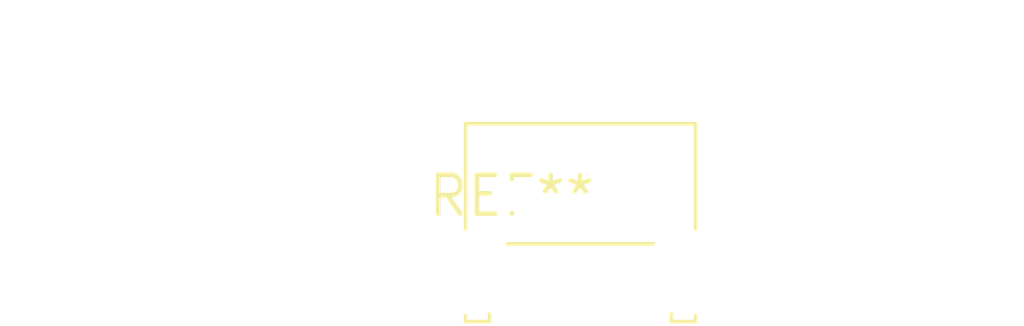
<source format=kicad_pcb>
(kicad_pcb (version 20240108) (generator pcbnew)
  (layers (0 "F.Cu" signal) (31 "B.Cu" signal) (34 "B.Paste" user) (35 "F.Paste" user) (36 "B.SilkS" user "B.Silkscreen") (37 "F.SilkS" user "F.Silkscreen") (38 "B.Mask" user) (39 "F.Mask" user) (44 "Edge.Cuts" user))
  (net 0 "")
  (footprint "SW_SPST_Omron_B3F-315x_Angled" (layer "F.Cu") (at 0 0)
    (property "Reference" "REF**")
    (property "Value" "SW_SPST_Omron_B3F-315x_Angled")
    (fp_line (start -1.52 -2.37) (end -1.52 1.08) (layer "F.SilkS") (stroke (width 0.12)))
    (fp_line (start -1.52 3.92) (end -1.52 4.12) (layer "F.SilkS") (stroke (width 0.12)))
    (fp_line (start -0.73 4.12) (end -1.52 4.12) (layer "F.SilkS") (stroke (width 0.12)))
    (fp_line (start -0.73 4.12) (end -0.73 3.87) (layer "F.SilkS") (stroke (width 0.12)))
    (fp_line (start -0.14 1.57) (end 4.64 1.57) (layer "F.SilkS") (stroke (width 0.12)))
    (fp_line (start 5.23 4.12) (end 5.23 3.87) (layer "F.SilkS") (stroke (width 0.12)))
    (fp_line (start 6.02 -2.37) (end -1.52 -2.37) (layer "F.SilkS") (stroke (width 0.12)))
    (fp_line (start 6.02 1.08) (end 6.02 -2.37) (layer "F.SilkS") (stroke (width 0.12)))
    (fp_line (start 6.02 3.92) (end 6.02 4.12) (layer "F.SilkS") (stroke (width 0.12)))
    (fp_line (start 6.02 4.12) (end 5.23 4.12) (layer "F.SilkS") (stroke (width 0.12)))
    (pad "" thru_hole circle (at -1.25 2.5 180) (size 2.4 2.4) (drill 1.5) (layers *.Cu *.Mask) (remove_unused_layers))
    (pad "" thru_hole circle (at 5.75 2.5 180) (size 2.4 2.4) (drill 1.5) (layers *.Cu *.Mask) (remove_unused_layers))
    (pad "1" thru_hole circle (at 0 0 180) (size 1.7 1.7) (drill 1) (layers *.Cu *.Mask) (remove_unused_layers))
    (pad "2" thru_hole circle (at 4.5 0 180) (size 1.7 1.7) (drill 1) (layers *.Cu *.Mask) (remove_unused_layers))
  )
)
</source>
